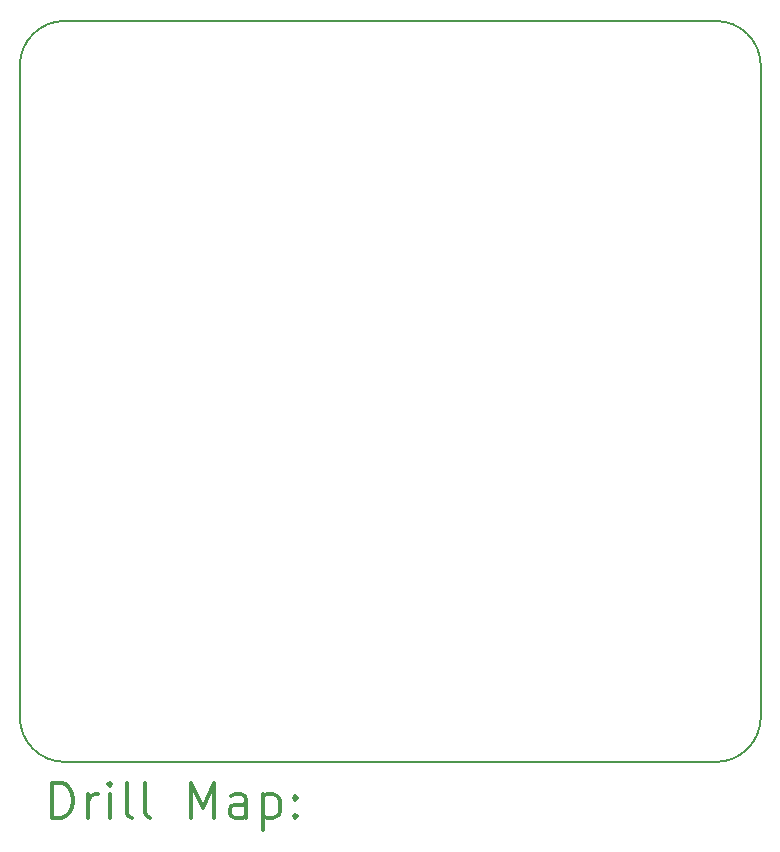
<source format=gbr>
%FSLAX45Y45*%
G04 Gerber Fmt 4.5, Leading zero omitted, Abs format (unit mm)*
G04 Created by KiCad (PCBNEW (5.0.2)-1) date 01/06/19 22:13:31*
%MOMM*%
%LPD*%
G01*
G04 APERTURE LIST*
%ADD10C,0.200000*%
%ADD11C,0.300000*%
G04 APERTURE END LIST*
D10*
X12382500Y-11315700D02*
X12382500Y-5803900D01*
X6489700Y-11696700D02*
X12001500Y-11696700D01*
X6108700Y-5803900D02*
X6108700Y-11315700D01*
X12001500Y-5422900D02*
X6489700Y-5422900D01*
X12001500Y-5422900D02*
G75*
G02X12382500Y-5803900I0J-381000D01*
G01*
X12382500Y-11315700D02*
G75*
G02X12001500Y-11696700I-381000J0D01*
G01*
X6489700Y-11696700D02*
G75*
G02X6108700Y-11315700I0J381000D01*
G01*
X6108700Y-5803900D02*
G75*
G02X6489700Y-5422900I381000J0D01*
G01*
D10*
D11*
X6385128Y-12172414D02*
X6385128Y-11872414D01*
X6456557Y-11872414D01*
X6499414Y-11886700D01*
X6527986Y-11915271D01*
X6542271Y-11943843D01*
X6556557Y-12000986D01*
X6556557Y-12043843D01*
X6542271Y-12100986D01*
X6527986Y-12129557D01*
X6499414Y-12158129D01*
X6456557Y-12172414D01*
X6385128Y-12172414D01*
X6685128Y-12172414D02*
X6685128Y-11972414D01*
X6685128Y-12029557D02*
X6699414Y-12000986D01*
X6713700Y-11986700D01*
X6742271Y-11972414D01*
X6770843Y-11972414D01*
X6870843Y-12172414D02*
X6870843Y-11972414D01*
X6870843Y-11872414D02*
X6856557Y-11886700D01*
X6870843Y-11900986D01*
X6885128Y-11886700D01*
X6870843Y-11872414D01*
X6870843Y-11900986D01*
X7056557Y-12172414D02*
X7027986Y-12158129D01*
X7013700Y-12129557D01*
X7013700Y-11872414D01*
X7213700Y-12172414D02*
X7185128Y-12158129D01*
X7170843Y-12129557D01*
X7170843Y-11872414D01*
X7556557Y-12172414D02*
X7556557Y-11872414D01*
X7656557Y-12086700D01*
X7756557Y-11872414D01*
X7756557Y-12172414D01*
X8027986Y-12172414D02*
X8027986Y-12015271D01*
X8013700Y-11986700D01*
X7985128Y-11972414D01*
X7927986Y-11972414D01*
X7899414Y-11986700D01*
X8027986Y-12158129D02*
X7999414Y-12172414D01*
X7927986Y-12172414D01*
X7899414Y-12158129D01*
X7885128Y-12129557D01*
X7885128Y-12100986D01*
X7899414Y-12072414D01*
X7927986Y-12058129D01*
X7999414Y-12058129D01*
X8027986Y-12043843D01*
X8170843Y-11972414D02*
X8170843Y-12272414D01*
X8170843Y-11986700D02*
X8199414Y-11972414D01*
X8256557Y-11972414D01*
X8285128Y-11986700D01*
X8299414Y-12000986D01*
X8313700Y-12029557D01*
X8313700Y-12115271D01*
X8299414Y-12143843D01*
X8285128Y-12158129D01*
X8256557Y-12172414D01*
X8199414Y-12172414D01*
X8170843Y-12158129D01*
X8442271Y-12143843D02*
X8456557Y-12158129D01*
X8442271Y-12172414D01*
X8427986Y-12158129D01*
X8442271Y-12143843D01*
X8442271Y-12172414D01*
X8442271Y-11986700D02*
X8456557Y-12000986D01*
X8442271Y-12015271D01*
X8427986Y-12000986D01*
X8442271Y-11986700D01*
X8442271Y-12015271D01*
M02*

</source>
